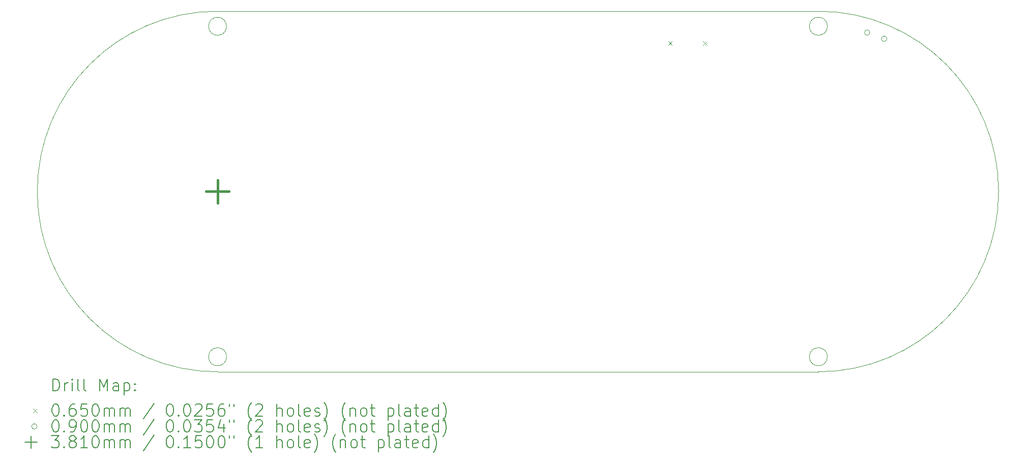
<source format=gbr>
%TF.GenerationSoftware,KiCad,Pcbnew,8.0.8*%
%TF.CreationDate,2025-01-26T12:46:15-05:00*%
%TF.ProjectId,Game_Cat_R4,47616d65-5f43-4617-945f-52342e6b6963,4.1.4*%
%TF.SameCoordinates,Original*%
%TF.FileFunction,Drillmap*%
%TF.FilePolarity,Positive*%
%FSLAX45Y45*%
G04 Gerber Fmt 4.5, Leading zero omitted, Abs format (unit mm)*
G04 Created by KiCad (PCBNEW 8.0.8) date 2025-01-26 12:46:15*
%MOMM*%
%LPD*%
G01*
G04 APERTURE LIST*
%ADD10C,0.100000*%
%ADD11C,0.200000*%
%ADD12C,0.381000*%
G04 APERTURE END LIST*
D10*
X8000000Y-7000000D02*
X18000000Y-7000000D01*
X8000000Y-13000000D02*
X18000000Y-13000000D01*
X8000000Y-13000000D02*
G75*
G02*
X8000000Y-7000000I0J3000000D01*
G01*
X18150000Y-7250000D02*
G75*
G02*
X17850000Y-7250000I-150000J0D01*
G01*
X17850000Y-7250000D02*
G75*
G02*
X18150000Y-7250000I150000J0D01*
G01*
X8150000Y-7250000D02*
G75*
G02*
X7850000Y-7250000I-150000J0D01*
G01*
X7850000Y-7250000D02*
G75*
G02*
X8150000Y-7250000I150000J0D01*
G01*
X8150000Y-12750000D02*
G75*
G02*
X7850000Y-12750000I-150000J0D01*
G01*
X7850000Y-12750000D02*
G75*
G02*
X8150000Y-12750000I150000J0D01*
G01*
X18150000Y-12750000D02*
G75*
G02*
X17850000Y-12750000I-150000J0D01*
G01*
X17850000Y-12750000D02*
G75*
G02*
X18150000Y-12750000I150000J0D01*
G01*
X18000000Y-7000000D02*
G75*
G02*
X18000000Y-13000000I0J-3000000D01*
G01*
D11*
D10*
X15502700Y-7499401D02*
X15567700Y-7564401D01*
X15567700Y-7499401D02*
X15502700Y-7564401D01*
X16080700Y-7499401D02*
X16145700Y-7564401D01*
X16145700Y-7499401D02*
X16080700Y-7564401D01*
X18858653Y-7354807D02*
G75*
G02*
X18768653Y-7354807I-45000J0D01*
G01*
X18768653Y-7354807D02*
G75*
G02*
X18858653Y-7354807I45000J0D01*
G01*
X19140561Y-7457413D02*
G75*
G02*
X19050561Y-7457413I-45000J0D01*
G01*
X19050561Y-7457413D02*
G75*
G02*
X19140561Y-7457413I45000J0D01*
G01*
D12*
X8000000Y-9809500D02*
X8000000Y-10190500D01*
X7809500Y-10000000D02*
X8190500Y-10000000D01*
D11*
X5255777Y-13316484D02*
X5255777Y-13116484D01*
X5255777Y-13116484D02*
X5303396Y-13116484D01*
X5303396Y-13116484D02*
X5331967Y-13126008D01*
X5331967Y-13126008D02*
X5351015Y-13145055D01*
X5351015Y-13145055D02*
X5360539Y-13164103D01*
X5360539Y-13164103D02*
X5370063Y-13202198D01*
X5370063Y-13202198D02*
X5370063Y-13230769D01*
X5370063Y-13230769D02*
X5360539Y-13268865D01*
X5360539Y-13268865D02*
X5351015Y-13287912D01*
X5351015Y-13287912D02*
X5331967Y-13306960D01*
X5331967Y-13306960D02*
X5303396Y-13316484D01*
X5303396Y-13316484D02*
X5255777Y-13316484D01*
X5455777Y-13316484D02*
X5455777Y-13183150D01*
X5455777Y-13221246D02*
X5465301Y-13202198D01*
X5465301Y-13202198D02*
X5474824Y-13192674D01*
X5474824Y-13192674D02*
X5493872Y-13183150D01*
X5493872Y-13183150D02*
X5512920Y-13183150D01*
X5579586Y-13316484D02*
X5579586Y-13183150D01*
X5579586Y-13116484D02*
X5570063Y-13126008D01*
X5570063Y-13126008D02*
X5579586Y-13135531D01*
X5579586Y-13135531D02*
X5589110Y-13126008D01*
X5589110Y-13126008D02*
X5579586Y-13116484D01*
X5579586Y-13116484D02*
X5579586Y-13135531D01*
X5703396Y-13316484D02*
X5684348Y-13306960D01*
X5684348Y-13306960D02*
X5674824Y-13287912D01*
X5674824Y-13287912D02*
X5674824Y-13116484D01*
X5808158Y-13316484D02*
X5789110Y-13306960D01*
X5789110Y-13306960D02*
X5779586Y-13287912D01*
X5779586Y-13287912D02*
X5779586Y-13116484D01*
X6036729Y-13316484D02*
X6036729Y-13116484D01*
X6036729Y-13116484D02*
X6103396Y-13259341D01*
X6103396Y-13259341D02*
X6170062Y-13116484D01*
X6170062Y-13116484D02*
X6170062Y-13316484D01*
X6351015Y-13316484D02*
X6351015Y-13211722D01*
X6351015Y-13211722D02*
X6341491Y-13192674D01*
X6341491Y-13192674D02*
X6322443Y-13183150D01*
X6322443Y-13183150D02*
X6284348Y-13183150D01*
X6284348Y-13183150D02*
X6265301Y-13192674D01*
X6351015Y-13306960D02*
X6331967Y-13316484D01*
X6331967Y-13316484D02*
X6284348Y-13316484D01*
X6284348Y-13316484D02*
X6265301Y-13306960D01*
X6265301Y-13306960D02*
X6255777Y-13287912D01*
X6255777Y-13287912D02*
X6255777Y-13268865D01*
X6255777Y-13268865D02*
X6265301Y-13249817D01*
X6265301Y-13249817D02*
X6284348Y-13240293D01*
X6284348Y-13240293D02*
X6331967Y-13240293D01*
X6331967Y-13240293D02*
X6351015Y-13230769D01*
X6446253Y-13183150D02*
X6446253Y-13383150D01*
X6446253Y-13192674D02*
X6465301Y-13183150D01*
X6465301Y-13183150D02*
X6503396Y-13183150D01*
X6503396Y-13183150D02*
X6522443Y-13192674D01*
X6522443Y-13192674D02*
X6531967Y-13202198D01*
X6531967Y-13202198D02*
X6541491Y-13221246D01*
X6541491Y-13221246D02*
X6541491Y-13278388D01*
X6541491Y-13278388D02*
X6531967Y-13297436D01*
X6531967Y-13297436D02*
X6522443Y-13306960D01*
X6522443Y-13306960D02*
X6503396Y-13316484D01*
X6503396Y-13316484D02*
X6465301Y-13316484D01*
X6465301Y-13316484D02*
X6446253Y-13306960D01*
X6627205Y-13297436D02*
X6636729Y-13306960D01*
X6636729Y-13306960D02*
X6627205Y-13316484D01*
X6627205Y-13316484D02*
X6617682Y-13306960D01*
X6617682Y-13306960D02*
X6627205Y-13297436D01*
X6627205Y-13297436D02*
X6627205Y-13316484D01*
X6627205Y-13192674D02*
X6636729Y-13202198D01*
X6636729Y-13202198D02*
X6627205Y-13211722D01*
X6627205Y-13211722D02*
X6617682Y-13202198D01*
X6617682Y-13202198D02*
X6627205Y-13192674D01*
X6627205Y-13192674D02*
X6627205Y-13211722D01*
D10*
X4930000Y-13612500D02*
X4995000Y-13677500D01*
X4995000Y-13612500D02*
X4930000Y-13677500D01*
D11*
X5293872Y-13536484D02*
X5312920Y-13536484D01*
X5312920Y-13536484D02*
X5331967Y-13546008D01*
X5331967Y-13546008D02*
X5341491Y-13555531D01*
X5341491Y-13555531D02*
X5351015Y-13574579D01*
X5351015Y-13574579D02*
X5360539Y-13612674D01*
X5360539Y-13612674D02*
X5360539Y-13660293D01*
X5360539Y-13660293D02*
X5351015Y-13698388D01*
X5351015Y-13698388D02*
X5341491Y-13717436D01*
X5341491Y-13717436D02*
X5331967Y-13726960D01*
X5331967Y-13726960D02*
X5312920Y-13736484D01*
X5312920Y-13736484D02*
X5293872Y-13736484D01*
X5293872Y-13736484D02*
X5274824Y-13726960D01*
X5274824Y-13726960D02*
X5265301Y-13717436D01*
X5265301Y-13717436D02*
X5255777Y-13698388D01*
X5255777Y-13698388D02*
X5246253Y-13660293D01*
X5246253Y-13660293D02*
X5246253Y-13612674D01*
X5246253Y-13612674D02*
X5255777Y-13574579D01*
X5255777Y-13574579D02*
X5265301Y-13555531D01*
X5265301Y-13555531D02*
X5274824Y-13546008D01*
X5274824Y-13546008D02*
X5293872Y-13536484D01*
X5446253Y-13717436D02*
X5455777Y-13726960D01*
X5455777Y-13726960D02*
X5446253Y-13736484D01*
X5446253Y-13736484D02*
X5436729Y-13726960D01*
X5436729Y-13726960D02*
X5446253Y-13717436D01*
X5446253Y-13717436D02*
X5446253Y-13736484D01*
X5627205Y-13536484D02*
X5589110Y-13536484D01*
X5589110Y-13536484D02*
X5570063Y-13546008D01*
X5570063Y-13546008D02*
X5560539Y-13555531D01*
X5560539Y-13555531D02*
X5541491Y-13584103D01*
X5541491Y-13584103D02*
X5531967Y-13622198D01*
X5531967Y-13622198D02*
X5531967Y-13698388D01*
X5531967Y-13698388D02*
X5541491Y-13717436D01*
X5541491Y-13717436D02*
X5551015Y-13726960D01*
X5551015Y-13726960D02*
X5570063Y-13736484D01*
X5570063Y-13736484D02*
X5608158Y-13736484D01*
X5608158Y-13736484D02*
X5627205Y-13726960D01*
X5627205Y-13726960D02*
X5636729Y-13717436D01*
X5636729Y-13717436D02*
X5646253Y-13698388D01*
X5646253Y-13698388D02*
X5646253Y-13650769D01*
X5646253Y-13650769D02*
X5636729Y-13631722D01*
X5636729Y-13631722D02*
X5627205Y-13622198D01*
X5627205Y-13622198D02*
X5608158Y-13612674D01*
X5608158Y-13612674D02*
X5570063Y-13612674D01*
X5570063Y-13612674D02*
X5551015Y-13622198D01*
X5551015Y-13622198D02*
X5541491Y-13631722D01*
X5541491Y-13631722D02*
X5531967Y-13650769D01*
X5827205Y-13536484D02*
X5731967Y-13536484D01*
X5731967Y-13536484D02*
X5722443Y-13631722D01*
X5722443Y-13631722D02*
X5731967Y-13622198D01*
X5731967Y-13622198D02*
X5751015Y-13612674D01*
X5751015Y-13612674D02*
X5798634Y-13612674D01*
X5798634Y-13612674D02*
X5817682Y-13622198D01*
X5817682Y-13622198D02*
X5827205Y-13631722D01*
X5827205Y-13631722D02*
X5836729Y-13650769D01*
X5836729Y-13650769D02*
X5836729Y-13698388D01*
X5836729Y-13698388D02*
X5827205Y-13717436D01*
X5827205Y-13717436D02*
X5817682Y-13726960D01*
X5817682Y-13726960D02*
X5798634Y-13736484D01*
X5798634Y-13736484D02*
X5751015Y-13736484D01*
X5751015Y-13736484D02*
X5731967Y-13726960D01*
X5731967Y-13726960D02*
X5722443Y-13717436D01*
X5960539Y-13536484D02*
X5979586Y-13536484D01*
X5979586Y-13536484D02*
X5998634Y-13546008D01*
X5998634Y-13546008D02*
X6008158Y-13555531D01*
X6008158Y-13555531D02*
X6017682Y-13574579D01*
X6017682Y-13574579D02*
X6027205Y-13612674D01*
X6027205Y-13612674D02*
X6027205Y-13660293D01*
X6027205Y-13660293D02*
X6017682Y-13698388D01*
X6017682Y-13698388D02*
X6008158Y-13717436D01*
X6008158Y-13717436D02*
X5998634Y-13726960D01*
X5998634Y-13726960D02*
X5979586Y-13736484D01*
X5979586Y-13736484D02*
X5960539Y-13736484D01*
X5960539Y-13736484D02*
X5941491Y-13726960D01*
X5941491Y-13726960D02*
X5931967Y-13717436D01*
X5931967Y-13717436D02*
X5922443Y-13698388D01*
X5922443Y-13698388D02*
X5912920Y-13660293D01*
X5912920Y-13660293D02*
X5912920Y-13612674D01*
X5912920Y-13612674D02*
X5922443Y-13574579D01*
X5922443Y-13574579D02*
X5931967Y-13555531D01*
X5931967Y-13555531D02*
X5941491Y-13546008D01*
X5941491Y-13546008D02*
X5960539Y-13536484D01*
X6112920Y-13736484D02*
X6112920Y-13603150D01*
X6112920Y-13622198D02*
X6122443Y-13612674D01*
X6122443Y-13612674D02*
X6141491Y-13603150D01*
X6141491Y-13603150D02*
X6170063Y-13603150D01*
X6170063Y-13603150D02*
X6189110Y-13612674D01*
X6189110Y-13612674D02*
X6198634Y-13631722D01*
X6198634Y-13631722D02*
X6198634Y-13736484D01*
X6198634Y-13631722D02*
X6208158Y-13612674D01*
X6208158Y-13612674D02*
X6227205Y-13603150D01*
X6227205Y-13603150D02*
X6255777Y-13603150D01*
X6255777Y-13603150D02*
X6274824Y-13612674D01*
X6274824Y-13612674D02*
X6284348Y-13631722D01*
X6284348Y-13631722D02*
X6284348Y-13736484D01*
X6379586Y-13736484D02*
X6379586Y-13603150D01*
X6379586Y-13622198D02*
X6389110Y-13612674D01*
X6389110Y-13612674D02*
X6408158Y-13603150D01*
X6408158Y-13603150D02*
X6436729Y-13603150D01*
X6436729Y-13603150D02*
X6455777Y-13612674D01*
X6455777Y-13612674D02*
X6465301Y-13631722D01*
X6465301Y-13631722D02*
X6465301Y-13736484D01*
X6465301Y-13631722D02*
X6474824Y-13612674D01*
X6474824Y-13612674D02*
X6493872Y-13603150D01*
X6493872Y-13603150D02*
X6522443Y-13603150D01*
X6522443Y-13603150D02*
X6541491Y-13612674D01*
X6541491Y-13612674D02*
X6551015Y-13631722D01*
X6551015Y-13631722D02*
X6551015Y-13736484D01*
X6941491Y-13526960D02*
X6770063Y-13784103D01*
X7198634Y-13536484D02*
X7217682Y-13536484D01*
X7217682Y-13536484D02*
X7236729Y-13546008D01*
X7236729Y-13546008D02*
X7246253Y-13555531D01*
X7246253Y-13555531D02*
X7255777Y-13574579D01*
X7255777Y-13574579D02*
X7265301Y-13612674D01*
X7265301Y-13612674D02*
X7265301Y-13660293D01*
X7265301Y-13660293D02*
X7255777Y-13698388D01*
X7255777Y-13698388D02*
X7246253Y-13717436D01*
X7246253Y-13717436D02*
X7236729Y-13726960D01*
X7236729Y-13726960D02*
X7217682Y-13736484D01*
X7217682Y-13736484D02*
X7198634Y-13736484D01*
X7198634Y-13736484D02*
X7179586Y-13726960D01*
X7179586Y-13726960D02*
X7170063Y-13717436D01*
X7170063Y-13717436D02*
X7160539Y-13698388D01*
X7160539Y-13698388D02*
X7151015Y-13660293D01*
X7151015Y-13660293D02*
X7151015Y-13612674D01*
X7151015Y-13612674D02*
X7160539Y-13574579D01*
X7160539Y-13574579D02*
X7170063Y-13555531D01*
X7170063Y-13555531D02*
X7179586Y-13546008D01*
X7179586Y-13546008D02*
X7198634Y-13536484D01*
X7351015Y-13717436D02*
X7360539Y-13726960D01*
X7360539Y-13726960D02*
X7351015Y-13736484D01*
X7351015Y-13736484D02*
X7341491Y-13726960D01*
X7341491Y-13726960D02*
X7351015Y-13717436D01*
X7351015Y-13717436D02*
X7351015Y-13736484D01*
X7484348Y-13536484D02*
X7503396Y-13536484D01*
X7503396Y-13536484D02*
X7522444Y-13546008D01*
X7522444Y-13546008D02*
X7531967Y-13555531D01*
X7531967Y-13555531D02*
X7541491Y-13574579D01*
X7541491Y-13574579D02*
X7551015Y-13612674D01*
X7551015Y-13612674D02*
X7551015Y-13660293D01*
X7551015Y-13660293D02*
X7541491Y-13698388D01*
X7541491Y-13698388D02*
X7531967Y-13717436D01*
X7531967Y-13717436D02*
X7522444Y-13726960D01*
X7522444Y-13726960D02*
X7503396Y-13736484D01*
X7503396Y-13736484D02*
X7484348Y-13736484D01*
X7484348Y-13736484D02*
X7465301Y-13726960D01*
X7465301Y-13726960D02*
X7455777Y-13717436D01*
X7455777Y-13717436D02*
X7446253Y-13698388D01*
X7446253Y-13698388D02*
X7436729Y-13660293D01*
X7436729Y-13660293D02*
X7436729Y-13612674D01*
X7436729Y-13612674D02*
X7446253Y-13574579D01*
X7446253Y-13574579D02*
X7455777Y-13555531D01*
X7455777Y-13555531D02*
X7465301Y-13546008D01*
X7465301Y-13546008D02*
X7484348Y-13536484D01*
X7627206Y-13555531D02*
X7636729Y-13546008D01*
X7636729Y-13546008D02*
X7655777Y-13536484D01*
X7655777Y-13536484D02*
X7703396Y-13536484D01*
X7703396Y-13536484D02*
X7722444Y-13546008D01*
X7722444Y-13546008D02*
X7731967Y-13555531D01*
X7731967Y-13555531D02*
X7741491Y-13574579D01*
X7741491Y-13574579D02*
X7741491Y-13593627D01*
X7741491Y-13593627D02*
X7731967Y-13622198D01*
X7731967Y-13622198D02*
X7617682Y-13736484D01*
X7617682Y-13736484D02*
X7741491Y-13736484D01*
X7922444Y-13536484D02*
X7827206Y-13536484D01*
X7827206Y-13536484D02*
X7817682Y-13631722D01*
X7817682Y-13631722D02*
X7827206Y-13622198D01*
X7827206Y-13622198D02*
X7846253Y-13612674D01*
X7846253Y-13612674D02*
X7893872Y-13612674D01*
X7893872Y-13612674D02*
X7912920Y-13622198D01*
X7912920Y-13622198D02*
X7922444Y-13631722D01*
X7922444Y-13631722D02*
X7931967Y-13650769D01*
X7931967Y-13650769D02*
X7931967Y-13698388D01*
X7931967Y-13698388D02*
X7922444Y-13717436D01*
X7922444Y-13717436D02*
X7912920Y-13726960D01*
X7912920Y-13726960D02*
X7893872Y-13736484D01*
X7893872Y-13736484D02*
X7846253Y-13736484D01*
X7846253Y-13736484D02*
X7827206Y-13726960D01*
X7827206Y-13726960D02*
X7817682Y-13717436D01*
X8103396Y-13536484D02*
X8065301Y-13536484D01*
X8065301Y-13536484D02*
X8046253Y-13546008D01*
X8046253Y-13546008D02*
X8036729Y-13555531D01*
X8036729Y-13555531D02*
X8017682Y-13584103D01*
X8017682Y-13584103D02*
X8008158Y-13622198D01*
X8008158Y-13622198D02*
X8008158Y-13698388D01*
X8008158Y-13698388D02*
X8017682Y-13717436D01*
X8017682Y-13717436D02*
X8027206Y-13726960D01*
X8027206Y-13726960D02*
X8046253Y-13736484D01*
X8046253Y-13736484D02*
X8084348Y-13736484D01*
X8084348Y-13736484D02*
X8103396Y-13726960D01*
X8103396Y-13726960D02*
X8112920Y-13717436D01*
X8112920Y-13717436D02*
X8122444Y-13698388D01*
X8122444Y-13698388D02*
X8122444Y-13650769D01*
X8122444Y-13650769D02*
X8112920Y-13631722D01*
X8112920Y-13631722D02*
X8103396Y-13622198D01*
X8103396Y-13622198D02*
X8084348Y-13612674D01*
X8084348Y-13612674D02*
X8046253Y-13612674D01*
X8046253Y-13612674D02*
X8027206Y-13622198D01*
X8027206Y-13622198D02*
X8017682Y-13631722D01*
X8017682Y-13631722D02*
X8008158Y-13650769D01*
X8198634Y-13536484D02*
X8198634Y-13574579D01*
X8274825Y-13536484D02*
X8274825Y-13574579D01*
X8570063Y-13812674D02*
X8560539Y-13803150D01*
X8560539Y-13803150D02*
X8541491Y-13774579D01*
X8541491Y-13774579D02*
X8531968Y-13755531D01*
X8531968Y-13755531D02*
X8522444Y-13726960D01*
X8522444Y-13726960D02*
X8512920Y-13679341D01*
X8512920Y-13679341D02*
X8512920Y-13641246D01*
X8512920Y-13641246D02*
X8522444Y-13593627D01*
X8522444Y-13593627D02*
X8531968Y-13565055D01*
X8531968Y-13565055D02*
X8541491Y-13546008D01*
X8541491Y-13546008D02*
X8560539Y-13517436D01*
X8560539Y-13517436D02*
X8570063Y-13507912D01*
X8636730Y-13555531D02*
X8646253Y-13546008D01*
X8646253Y-13546008D02*
X8665301Y-13536484D01*
X8665301Y-13536484D02*
X8712920Y-13536484D01*
X8712920Y-13536484D02*
X8731968Y-13546008D01*
X8731968Y-13546008D02*
X8741491Y-13555531D01*
X8741491Y-13555531D02*
X8751015Y-13574579D01*
X8751015Y-13574579D02*
X8751015Y-13593627D01*
X8751015Y-13593627D02*
X8741491Y-13622198D01*
X8741491Y-13622198D02*
X8627206Y-13736484D01*
X8627206Y-13736484D02*
X8751015Y-13736484D01*
X8989111Y-13736484D02*
X8989111Y-13536484D01*
X9074825Y-13736484D02*
X9074825Y-13631722D01*
X9074825Y-13631722D02*
X9065301Y-13612674D01*
X9065301Y-13612674D02*
X9046253Y-13603150D01*
X9046253Y-13603150D02*
X9017682Y-13603150D01*
X9017682Y-13603150D02*
X8998634Y-13612674D01*
X8998634Y-13612674D02*
X8989111Y-13622198D01*
X9198634Y-13736484D02*
X9179587Y-13726960D01*
X9179587Y-13726960D02*
X9170063Y-13717436D01*
X9170063Y-13717436D02*
X9160539Y-13698388D01*
X9160539Y-13698388D02*
X9160539Y-13641246D01*
X9160539Y-13641246D02*
X9170063Y-13622198D01*
X9170063Y-13622198D02*
X9179587Y-13612674D01*
X9179587Y-13612674D02*
X9198634Y-13603150D01*
X9198634Y-13603150D02*
X9227206Y-13603150D01*
X9227206Y-13603150D02*
X9246253Y-13612674D01*
X9246253Y-13612674D02*
X9255777Y-13622198D01*
X9255777Y-13622198D02*
X9265301Y-13641246D01*
X9265301Y-13641246D02*
X9265301Y-13698388D01*
X9265301Y-13698388D02*
X9255777Y-13717436D01*
X9255777Y-13717436D02*
X9246253Y-13726960D01*
X9246253Y-13726960D02*
X9227206Y-13736484D01*
X9227206Y-13736484D02*
X9198634Y-13736484D01*
X9379587Y-13736484D02*
X9360539Y-13726960D01*
X9360539Y-13726960D02*
X9351015Y-13707912D01*
X9351015Y-13707912D02*
X9351015Y-13536484D01*
X9531968Y-13726960D02*
X9512920Y-13736484D01*
X9512920Y-13736484D02*
X9474825Y-13736484D01*
X9474825Y-13736484D02*
X9455777Y-13726960D01*
X9455777Y-13726960D02*
X9446253Y-13707912D01*
X9446253Y-13707912D02*
X9446253Y-13631722D01*
X9446253Y-13631722D02*
X9455777Y-13612674D01*
X9455777Y-13612674D02*
X9474825Y-13603150D01*
X9474825Y-13603150D02*
X9512920Y-13603150D01*
X9512920Y-13603150D02*
X9531968Y-13612674D01*
X9531968Y-13612674D02*
X9541492Y-13631722D01*
X9541492Y-13631722D02*
X9541492Y-13650769D01*
X9541492Y-13650769D02*
X9446253Y-13669817D01*
X9617682Y-13726960D02*
X9636730Y-13736484D01*
X9636730Y-13736484D02*
X9674825Y-13736484D01*
X9674825Y-13736484D02*
X9693873Y-13726960D01*
X9693873Y-13726960D02*
X9703396Y-13707912D01*
X9703396Y-13707912D02*
X9703396Y-13698388D01*
X9703396Y-13698388D02*
X9693873Y-13679341D01*
X9693873Y-13679341D02*
X9674825Y-13669817D01*
X9674825Y-13669817D02*
X9646253Y-13669817D01*
X9646253Y-13669817D02*
X9627206Y-13660293D01*
X9627206Y-13660293D02*
X9617682Y-13641246D01*
X9617682Y-13641246D02*
X9617682Y-13631722D01*
X9617682Y-13631722D02*
X9627206Y-13612674D01*
X9627206Y-13612674D02*
X9646253Y-13603150D01*
X9646253Y-13603150D02*
X9674825Y-13603150D01*
X9674825Y-13603150D02*
X9693873Y-13612674D01*
X9770063Y-13812674D02*
X9779587Y-13803150D01*
X9779587Y-13803150D02*
X9798634Y-13774579D01*
X9798634Y-13774579D02*
X9808158Y-13755531D01*
X9808158Y-13755531D02*
X9817682Y-13726960D01*
X9817682Y-13726960D02*
X9827206Y-13679341D01*
X9827206Y-13679341D02*
X9827206Y-13641246D01*
X9827206Y-13641246D02*
X9817682Y-13593627D01*
X9817682Y-13593627D02*
X9808158Y-13565055D01*
X9808158Y-13565055D02*
X9798634Y-13546008D01*
X9798634Y-13546008D02*
X9779587Y-13517436D01*
X9779587Y-13517436D02*
X9770063Y-13507912D01*
X10131968Y-13812674D02*
X10122444Y-13803150D01*
X10122444Y-13803150D02*
X10103396Y-13774579D01*
X10103396Y-13774579D02*
X10093873Y-13755531D01*
X10093873Y-13755531D02*
X10084349Y-13726960D01*
X10084349Y-13726960D02*
X10074825Y-13679341D01*
X10074825Y-13679341D02*
X10074825Y-13641246D01*
X10074825Y-13641246D02*
X10084349Y-13593627D01*
X10084349Y-13593627D02*
X10093873Y-13565055D01*
X10093873Y-13565055D02*
X10103396Y-13546008D01*
X10103396Y-13546008D02*
X10122444Y-13517436D01*
X10122444Y-13517436D02*
X10131968Y-13507912D01*
X10208158Y-13603150D02*
X10208158Y-13736484D01*
X10208158Y-13622198D02*
X10217682Y-13612674D01*
X10217682Y-13612674D02*
X10236730Y-13603150D01*
X10236730Y-13603150D02*
X10265301Y-13603150D01*
X10265301Y-13603150D02*
X10284349Y-13612674D01*
X10284349Y-13612674D02*
X10293873Y-13631722D01*
X10293873Y-13631722D02*
X10293873Y-13736484D01*
X10417682Y-13736484D02*
X10398634Y-13726960D01*
X10398634Y-13726960D02*
X10389111Y-13717436D01*
X10389111Y-13717436D02*
X10379587Y-13698388D01*
X10379587Y-13698388D02*
X10379587Y-13641246D01*
X10379587Y-13641246D02*
X10389111Y-13622198D01*
X10389111Y-13622198D02*
X10398634Y-13612674D01*
X10398634Y-13612674D02*
X10417682Y-13603150D01*
X10417682Y-13603150D02*
X10446254Y-13603150D01*
X10446254Y-13603150D02*
X10465301Y-13612674D01*
X10465301Y-13612674D02*
X10474825Y-13622198D01*
X10474825Y-13622198D02*
X10484349Y-13641246D01*
X10484349Y-13641246D02*
X10484349Y-13698388D01*
X10484349Y-13698388D02*
X10474825Y-13717436D01*
X10474825Y-13717436D02*
X10465301Y-13726960D01*
X10465301Y-13726960D02*
X10446254Y-13736484D01*
X10446254Y-13736484D02*
X10417682Y-13736484D01*
X10541492Y-13603150D02*
X10617682Y-13603150D01*
X10570063Y-13536484D02*
X10570063Y-13707912D01*
X10570063Y-13707912D02*
X10579587Y-13726960D01*
X10579587Y-13726960D02*
X10598634Y-13736484D01*
X10598634Y-13736484D02*
X10617682Y-13736484D01*
X10836730Y-13603150D02*
X10836730Y-13803150D01*
X10836730Y-13612674D02*
X10855777Y-13603150D01*
X10855777Y-13603150D02*
X10893873Y-13603150D01*
X10893873Y-13603150D02*
X10912920Y-13612674D01*
X10912920Y-13612674D02*
X10922444Y-13622198D01*
X10922444Y-13622198D02*
X10931968Y-13641246D01*
X10931968Y-13641246D02*
X10931968Y-13698388D01*
X10931968Y-13698388D02*
X10922444Y-13717436D01*
X10922444Y-13717436D02*
X10912920Y-13726960D01*
X10912920Y-13726960D02*
X10893873Y-13736484D01*
X10893873Y-13736484D02*
X10855777Y-13736484D01*
X10855777Y-13736484D02*
X10836730Y-13726960D01*
X11046254Y-13736484D02*
X11027206Y-13726960D01*
X11027206Y-13726960D02*
X11017682Y-13707912D01*
X11017682Y-13707912D02*
X11017682Y-13536484D01*
X11208158Y-13736484D02*
X11208158Y-13631722D01*
X11208158Y-13631722D02*
X11198634Y-13612674D01*
X11198634Y-13612674D02*
X11179587Y-13603150D01*
X11179587Y-13603150D02*
X11141492Y-13603150D01*
X11141492Y-13603150D02*
X11122444Y-13612674D01*
X11208158Y-13726960D02*
X11189111Y-13736484D01*
X11189111Y-13736484D02*
X11141492Y-13736484D01*
X11141492Y-13736484D02*
X11122444Y-13726960D01*
X11122444Y-13726960D02*
X11112920Y-13707912D01*
X11112920Y-13707912D02*
X11112920Y-13688865D01*
X11112920Y-13688865D02*
X11122444Y-13669817D01*
X11122444Y-13669817D02*
X11141492Y-13660293D01*
X11141492Y-13660293D02*
X11189111Y-13660293D01*
X11189111Y-13660293D02*
X11208158Y-13650769D01*
X11274825Y-13603150D02*
X11351015Y-13603150D01*
X11303396Y-13536484D02*
X11303396Y-13707912D01*
X11303396Y-13707912D02*
X11312920Y-13726960D01*
X11312920Y-13726960D02*
X11331968Y-13736484D01*
X11331968Y-13736484D02*
X11351015Y-13736484D01*
X11493873Y-13726960D02*
X11474825Y-13736484D01*
X11474825Y-13736484D02*
X11436730Y-13736484D01*
X11436730Y-13736484D02*
X11417682Y-13726960D01*
X11417682Y-13726960D02*
X11408158Y-13707912D01*
X11408158Y-13707912D02*
X11408158Y-13631722D01*
X11408158Y-13631722D02*
X11417682Y-13612674D01*
X11417682Y-13612674D02*
X11436730Y-13603150D01*
X11436730Y-13603150D02*
X11474825Y-13603150D01*
X11474825Y-13603150D02*
X11493873Y-13612674D01*
X11493873Y-13612674D02*
X11503396Y-13631722D01*
X11503396Y-13631722D02*
X11503396Y-13650769D01*
X11503396Y-13650769D02*
X11408158Y-13669817D01*
X11674825Y-13736484D02*
X11674825Y-13536484D01*
X11674825Y-13726960D02*
X11655777Y-13736484D01*
X11655777Y-13736484D02*
X11617682Y-13736484D01*
X11617682Y-13736484D02*
X11598634Y-13726960D01*
X11598634Y-13726960D02*
X11589111Y-13717436D01*
X11589111Y-13717436D02*
X11579587Y-13698388D01*
X11579587Y-13698388D02*
X11579587Y-13641246D01*
X11579587Y-13641246D02*
X11589111Y-13622198D01*
X11589111Y-13622198D02*
X11598634Y-13612674D01*
X11598634Y-13612674D02*
X11617682Y-13603150D01*
X11617682Y-13603150D02*
X11655777Y-13603150D01*
X11655777Y-13603150D02*
X11674825Y-13612674D01*
X11751015Y-13812674D02*
X11760539Y-13803150D01*
X11760539Y-13803150D02*
X11779587Y-13774579D01*
X11779587Y-13774579D02*
X11789111Y-13755531D01*
X11789111Y-13755531D02*
X11798634Y-13726960D01*
X11798634Y-13726960D02*
X11808158Y-13679341D01*
X11808158Y-13679341D02*
X11808158Y-13641246D01*
X11808158Y-13641246D02*
X11798634Y-13593627D01*
X11798634Y-13593627D02*
X11789111Y-13565055D01*
X11789111Y-13565055D02*
X11779587Y-13546008D01*
X11779587Y-13546008D02*
X11760539Y-13517436D01*
X11760539Y-13517436D02*
X11751015Y-13507912D01*
D10*
X4995000Y-13909000D02*
G75*
G02*
X4905000Y-13909000I-45000J0D01*
G01*
X4905000Y-13909000D02*
G75*
G02*
X4995000Y-13909000I45000J0D01*
G01*
D11*
X5293872Y-13800484D02*
X5312920Y-13800484D01*
X5312920Y-13800484D02*
X5331967Y-13810008D01*
X5331967Y-13810008D02*
X5341491Y-13819531D01*
X5341491Y-13819531D02*
X5351015Y-13838579D01*
X5351015Y-13838579D02*
X5360539Y-13876674D01*
X5360539Y-13876674D02*
X5360539Y-13924293D01*
X5360539Y-13924293D02*
X5351015Y-13962388D01*
X5351015Y-13962388D02*
X5341491Y-13981436D01*
X5341491Y-13981436D02*
X5331967Y-13990960D01*
X5331967Y-13990960D02*
X5312920Y-14000484D01*
X5312920Y-14000484D02*
X5293872Y-14000484D01*
X5293872Y-14000484D02*
X5274824Y-13990960D01*
X5274824Y-13990960D02*
X5265301Y-13981436D01*
X5265301Y-13981436D02*
X5255777Y-13962388D01*
X5255777Y-13962388D02*
X5246253Y-13924293D01*
X5246253Y-13924293D02*
X5246253Y-13876674D01*
X5246253Y-13876674D02*
X5255777Y-13838579D01*
X5255777Y-13838579D02*
X5265301Y-13819531D01*
X5265301Y-13819531D02*
X5274824Y-13810008D01*
X5274824Y-13810008D02*
X5293872Y-13800484D01*
X5446253Y-13981436D02*
X5455777Y-13990960D01*
X5455777Y-13990960D02*
X5446253Y-14000484D01*
X5446253Y-14000484D02*
X5436729Y-13990960D01*
X5436729Y-13990960D02*
X5446253Y-13981436D01*
X5446253Y-13981436D02*
X5446253Y-14000484D01*
X5551015Y-14000484D02*
X5589110Y-14000484D01*
X5589110Y-14000484D02*
X5608158Y-13990960D01*
X5608158Y-13990960D02*
X5617682Y-13981436D01*
X5617682Y-13981436D02*
X5636729Y-13952865D01*
X5636729Y-13952865D02*
X5646253Y-13914769D01*
X5646253Y-13914769D02*
X5646253Y-13838579D01*
X5646253Y-13838579D02*
X5636729Y-13819531D01*
X5636729Y-13819531D02*
X5627205Y-13810008D01*
X5627205Y-13810008D02*
X5608158Y-13800484D01*
X5608158Y-13800484D02*
X5570063Y-13800484D01*
X5570063Y-13800484D02*
X5551015Y-13810008D01*
X5551015Y-13810008D02*
X5541491Y-13819531D01*
X5541491Y-13819531D02*
X5531967Y-13838579D01*
X5531967Y-13838579D02*
X5531967Y-13886198D01*
X5531967Y-13886198D02*
X5541491Y-13905246D01*
X5541491Y-13905246D02*
X5551015Y-13914769D01*
X5551015Y-13914769D02*
X5570063Y-13924293D01*
X5570063Y-13924293D02*
X5608158Y-13924293D01*
X5608158Y-13924293D02*
X5627205Y-13914769D01*
X5627205Y-13914769D02*
X5636729Y-13905246D01*
X5636729Y-13905246D02*
X5646253Y-13886198D01*
X5770062Y-13800484D02*
X5789110Y-13800484D01*
X5789110Y-13800484D02*
X5808158Y-13810008D01*
X5808158Y-13810008D02*
X5817682Y-13819531D01*
X5817682Y-13819531D02*
X5827205Y-13838579D01*
X5827205Y-13838579D02*
X5836729Y-13876674D01*
X5836729Y-13876674D02*
X5836729Y-13924293D01*
X5836729Y-13924293D02*
X5827205Y-13962388D01*
X5827205Y-13962388D02*
X5817682Y-13981436D01*
X5817682Y-13981436D02*
X5808158Y-13990960D01*
X5808158Y-13990960D02*
X5789110Y-14000484D01*
X5789110Y-14000484D02*
X5770062Y-14000484D01*
X5770062Y-14000484D02*
X5751015Y-13990960D01*
X5751015Y-13990960D02*
X5741491Y-13981436D01*
X5741491Y-13981436D02*
X5731967Y-13962388D01*
X5731967Y-13962388D02*
X5722443Y-13924293D01*
X5722443Y-13924293D02*
X5722443Y-13876674D01*
X5722443Y-13876674D02*
X5731967Y-13838579D01*
X5731967Y-13838579D02*
X5741491Y-13819531D01*
X5741491Y-13819531D02*
X5751015Y-13810008D01*
X5751015Y-13810008D02*
X5770062Y-13800484D01*
X5960539Y-13800484D02*
X5979586Y-13800484D01*
X5979586Y-13800484D02*
X5998634Y-13810008D01*
X5998634Y-13810008D02*
X6008158Y-13819531D01*
X6008158Y-13819531D02*
X6017682Y-13838579D01*
X6017682Y-13838579D02*
X6027205Y-13876674D01*
X6027205Y-13876674D02*
X6027205Y-13924293D01*
X6027205Y-13924293D02*
X6017682Y-13962388D01*
X6017682Y-13962388D02*
X6008158Y-13981436D01*
X6008158Y-13981436D02*
X5998634Y-13990960D01*
X5998634Y-13990960D02*
X5979586Y-14000484D01*
X5979586Y-14000484D02*
X5960539Y-14000484D01*
X5960539Y-14000484D02*
X5941491Y-13990960D01*
X5941491Y-13990960D02*
X5931967Y-13981436D01*
X5931967Y-13981436D02*
X5922443Y-13962388D01*
X5922443Y-13962388D02*
X5912920Y-13924293D01*
X5912920Y-13924293D02*
X5912920Y-13876674D01*
X5912920Y-13876674D02*
X5922443Y-13838579D01*
X5922443Y-13838579D02*
X5931967Y-13819531D01*
X5931967Y-13819531D02*
X5941491Y-13810008D01*
X5941491Y-13810008D02*
X5960539Y-13800484D01*
X6112920Y-14000484D02*
X6112920Y-13867150D01*
X6112920Y-13886198D02*
X6122443Y-13876674D01*
X6122443Y-13876674D02*
X6141491Y-13867150D01*
X6141491Y-13867150D02*
X6170063Y-13867150D01*
X6170063Y-13867150D02*
X6189110Y-13876674D01*
X6189110Y-13876674D02*
X6198634Y-13895722D01*
X6198634Y-13895722D02*
X6198634Y-14000484D01*
X6198634Y-13895722D02*
X6208158Y-13876674D01*
X6208158Y-13876674D02*
X6227205Y-13867150D01*
X6227205Y-13867150D02*
X6255777Y-13867150D01*
X6255777Y-13867150D02*
X6274824Y-13876674D01*
X6274824Y-13876674D02*
X6284348Y-13895722D01*
X6284348Y-13895722D02*
X6284348Y-14000484D01*
X6379586Y-14000484D02*
X6379586Y-13867150D01*
X6379586Y-13886198D02*
X6389110Y-13876674D01*
X6389110Y-13876674D02*
X6408158Y-13867150D01*
X6408158Y-13867150D02*
X6436729Y-13867150D01*
X6436729Y-13867150D02*
X6455777Y-13876674D01*
X6455777Y-13876674D02*
X6465301Y-13895722D01*
X6465301Y-13895722D02*
X6465301Y-14000484D01*
X6465301Y-13895722D02*
X6474824Y-13876674D01*
X6474824Y-13876674D02*
X6493872Y-13867150D01*
X6493872Y-13867150D02*
X6522443Y-13867150D01*
X6522443Y-13867150D02*
X6541491Y-13876674D01*
X6541491Y-13876674D02*
X6551015Y-13895722D01*
X6551015Y-13895722D02*
X6551015Y-14000484D01*
X6941491Y-13790960D02*
X6770063Y-14048103D01*
X7198634Y-13800484D02*
X7217682Y-13800484D01*
X7217682Y-13800484D02*
X7236729Y-13810008D01*
X7236729Y-13810008D02*
X7246253Y-13819531D01*
X7246253Y-13819531D02*
X7255777Y-13838579D01*
X7255777Y-13838579D02*
X7265301Y-13876674D01*
X7265301Y-13876674D02*
X7265301Y-13924293D01*
X7265301Y-13924293D02*
X7255777Y-13962388D01*
X7255777Y-13962388D02*
X7246253Y-13981436D01*
X7246253Y-13981436D02*
X7236729Y-13990960D01*
X7236729Y-13990960D02*
X7217682Y-14000484D01*
X7217682Y-14000484D02*
X7198634Y-14000484D01*
X7198634Y-14000484D02*
X7179586Y-13990960D01*
X7179586Y-13990960D02*
X7170063Y-13981436D01*
X7170063Y-13981436D02*
X7160539Y-13962388D01*
X7160539Y-13962388D02*
X7151015Y-13924293D01*
X7151015Y-13924293D02*
X7151015Y-13876674D01*
X7151015Y-13876674D02*
X7160539Y-13838579D01*
X7160539Y-13838579D02*
X7170063Y-13819531D01*
X7170063Y-13819531D02*
X7179586Y-13810008D01*
X7179586Y-13810008D02*
X7198634Y-13800484D01*
X7351015Y-13981436D02*
X7360539Y-13990960D01*
X7360539Y-13990960D02*
X7351015Y-14000484D01*
X7351015Y-14000484D02*
X7341491Y-13990960D01*
X7341491Y-13990960D02*
X7351015Y-13981436D01*
X7351015Y-13981436D02*
X7351015Y-14000484D01*
X7484348Y-13800484D02*
X7503396Y-13800484D01*
X7503396Y-13800484D02*
X7522444Y-13810008D01*
X7522444Y-13810008D02*
X7531967Y-13819531D01*
X7531967Y-13819531D02*
X7541491Y-13838579D01*
X7541491Y-13838579D02*
X7551015Y-13876674D01*
X7551015Y-13876674D02*
X7551015Y-13924293D01*
X7551015Y-13924293D02*
X7541491Y-13962388D01*
X7541491Y-13962388D02*
X7531967Y-13981436D01*
X7531967Y-13981436D02*
X7522444Y-13990960D01*
X7522444Y-13990960D02*
X7503396Y-14000484D01*
X7503396Y-14000484D02*
X7484348Y-14000484D01*
X7484348Y-14000484D02*
X7465301Y-13990960D01*
X7465301Y-13990960D02*
X7455777Y-13981436D01*
X7455777Y-13981436D02*
X7446253Y-13962388D01*
X7446253Y-13962388D02*
X7436729Y-13924293D01*
X7436729Y-13924293D02*
X7436729Y-13876674D01*
X7436729Y-13876674D02*
X7446253Y-13838579D01*
X7446253Y-13838579D02*
X7455777Y-13819531D01*
X7455777Y-13819531D02*
X7465301Y-13810008D01*
X7465301Y-13810008D02*
X7484348Y-13800484D01*
X7617682Y-13800484D02*
X7741491Y-13800484D01*
X7741491Y-13800484D02*
X7674825Y-13876674D01*
X7674825Y-13876674D02*
X7703396Y-13876674D01*
X7703396Y-13876674D02*
X7722444Y-13886198D01*
X7722444Y-13886198D02*
X7731967Y-13895722D01*
X7731967Y-13895722D02*
X7741491Y-13914769D01*
X7741491Y-13914769D02*
X7741491Y-13962388D01*
X7741491Y-13962388D02*
X7731967Y-13981436D01*
X7731967Y-13981436D02*
X7722444Y-13990960D01*
X7722444Y-13990960D02*
X7703396Y-14000484D01*
X7703396Y-14000484D02*
X7646253Y-14000484D01*
X7646253Y-14000484D02*
X7627206Y-13990960D01*
X7627206Y-13990960D02*
X7617682Y-13981436D01*
X7922444Y-13800484D02*
X7827206Y-13800484D01*
X7827206Y-13800484D02*
X7817682Y-13895722D01*
X7817682Y-13895722D02*
X7827206Y-13886198D01*
X7827206Y-13886198D02*
X7846253Y-13876674D01*
X7846253Y-13876674D02*
X7893872Y-13876674D01*
X7893872Y-13876674D02*
X7912920Y-13886198D01*
X7912920Y-13886198D02*
X7922444Y-13895722D01*
X7922444Y-13895722D02*
X7931967Y-13914769D01*
X7931967Y-13914769D02*
X7931967Y-13962388D01*
X7931967Y-13962388D02*
X7922444Y-13981436D01*
X7922444Y-13981436D02*
X7912920Y-13990960D01*
X7912920Y-13990960D02*
X7893872Y-14000484D01*
X7893872Y-14000484D02*
X7846253Y-14000484D01*
X7846253Y-14000484D02*
X7827206Y-13990960D01*
X7827206Y-13990960D02*
X7817682Y-13981436D01*
X8103396Y-13867150D02*
X8103396Y-14000484D01*
X8055777Y-13790960D02*
X8008158Y-13933817D01*
X8008158Y-13933817D02*
X8131967Y-13933817D01*
X8198634Y-13800484D02*
X8198634Y-13838579D01*
X8274825Y-13800484D02*
X8274825Y-13838579D01*
X8570063Y-14076674D02*
X8560539Y-14067150D01*
X8560539Y-14067150D02*
X8541491Y-14038579D01*
X8541491Y-14038579D02*
X8531968Y-14019531D01*
X8531968Y-14019531D02*
X8522444Y-13990960D01*
X8522444Y-13990960D02*
X8512920Y-13943341D01*
X8512920Y-13943341D02*
X8512920Y-13905246D01*
X8512920Y-13905246D02*
X8522444Y-13857627D01*
X8522444Y-13857627D02*
X8531968Y-13829055D01*
X8531968Y-13829055D02*
X8541491Y-13810008D01*
X8541491Y-13810008D02*
X8560539Y-13781436D01*
X8560539Y-13781436D02*
X8570063Y-13771912D01*
X8636730Y-13819531D02*
X8646253Y-13810008D01*
X8646253Y-13810008D02*
X8665301Y-13800484D01*
X8665301Y-13800484D02*
X8712920Y-13800484D01*
X8712920Y-13800484D02*
X8731968Y-13810008D01*
X8731968Y-13810008D02*
X8741491Y-13819531D01*
X8741491Y-13819531D02*
X8751015Y-13838579D01*
X8751015Y-13838579D02*
X8751015Y-13857627D01*
X8751015Y-13857627D02*
X8741491Y-13886198D01*
X8741491Y-13886198D02*
X8627206Y-14000484D01*
X8627206Y-14000484D02*
X8751015Y-14000484D01*
X8989111Y-14000484D02*
X8989111Y-13800484D01*
X9074825Y-14000484D02*
X9074825Y-13895722D01*
X9074825Y-13895722D02*
X9065301Y-13876674D01*
X9065301Y-13876674D02*
X9046253Y-13867150D01*
X9046253Y-13867150D02*
X9017682Y-13867150D01*
X9017682Y-13867150D02*
X8998634Y-13876674D01*
X8998634Y-13876674D02*
X8989111Y-13886198D01*
X9198634Y-14000484D02*
X9179587Y-13990960D01*
X9179587Y-13990960D02*
X9170063Y-13981436D01*
X9170063Y-13981436D02*
X9160539Y-13962388D01*
X9160539Y-13962388D02*
X9160539Y-13905246D01*
X9160539Y-13905246D02*
X9170063Y-13886198D01*
X9170063Y-13886198D02*
X9179587Y-13876674D01*
X9179587Y-13876674D02*
X9198634Y-13867150D01*
X9198634Y-13867150D02*
X9227206Y-13867150D01*
X9227206Y-13867150D02*
X9246253Y-13876674D01*
X9246253Y-13876674D02*
X9255777Y-13886198D01*
X9255777Y-13886198D02*
X9265301Y-13905246D01*
X9265301Y-13905246D02*
X9265301Y-13962388D01*
X9265301Y-13962388D02*
X9255777Y-13981436D01*
X9255777Y-13981436D02*
X9246253Y-13990960D01*
X9246253Y-13990960D02*
X9227206Y-14000484D01*
X9227206Y-14000484D02*
X9198634Y-14000484D01*
X9379587Y-14000484D02*
X9360539Y-13990960D01*
X9360539Y-13990960D02*
X9351015Y-13971912D01*
X9351015Y-13971912D02*
X9351015Y-13800484D01*
X9531968Y-13990960D02*
X9512920Y-14000484D01*
X9512920Y-14000484D02*
X9474825Y-14000484D01*
X9474825Y-14000484D02*
X9455777Y-13990960D01*
X9455777Y-13990960D02*
X9446253Y-13971912D01*
X9446253Y-13971912D02*
X9446253Y-13895722D01*
X9446253Y-13895722D02*
X9455777Y-13876674D01*
X9455777Y-13876674D02*
X9474825Y-13867150D01*
X9474825Y-13867150D02*
X9512920Y-13867150D01*
X9512920Y-13867150D02*
X9531968Y-13876674D01*
X9531968Y-13876674D02*
X9541492Y-13895722D01*
X9541492Y-13895722D02*
X9541492Y-13914769D01*
X9541492Y-13914769D02*
X9446253Y-13933817D01*
X9617682Y-13990960D02*
X9636730Y-14000484D01*
X9636730Y-14000484D02*
X9674825Y-14000484D01*
X9674825Y-14000484D02*
X9693873Y-13990960D01*
X9693873Y-13990960D02*
X9703396Y-13971912D01*
X9703396Y-13971912D02*
X9703396Y-13962388D01*
X9703396Y-13962388D02*
X9693873Y-13943341D01*
X9693873Y-13943341D02*
X9674825Y-13933817D01*
X9674825Y-13933817D02*
X9646253Y-13933817D01*
X9646253Y-13933817D02*
X9627206Y-13924293D01*
X9627206Y-13924293D02*
X9617682Y-13905246D01*
X9617682Y-13905246D02*
X9617682Y-13895722D01*
X9617682Y-13895722D02*
X9627206Y-13876674D01*
X9627206Y-13876674D02*
X9646253Y-13867150D01*
X9646253Y-13867150D02*
X9674825Y-13867150D01*
X9674825Y-13867150D02*
X9693873Y-13876674D01*
X9770063Y-14076674D02*
X9779587Y-14067150D01*
X9779587Y-14067150D02*
X9798634Y-14038579D01*
X9798634Y-14038579D02*
X9808158Y-14019531D01*
X9808158Y-14019531D02*
X9817682Y-13990960D01*
X9817682Y-13990960D02*
X9827206Y-13943341D01*
X9827206Y-13943341D02*
X9827206Y-13905246D01*
X9827206Y-13905246D02*
X9817682Y-13857627D01*
X9817682Y-13857627D02*
X9808158Y-13829055D01*
X9808158Y-13829055D02*
X9798634Y-13810008D01*
X9798634Y-13810008D02*
X9779587Y-13781436D01*
X9779587Y-13781436D02*
X9770063Y-13771912D01*
X10131968Y-14076674D02*
X10122444Y-14067150D01*
X10122444Y-14067150D02*
X10103396Y-14038579D01*
X10103396Y-14038579D02*
X10093873Y-14019531D01*
X10093873Y-14019531D02*
X10084349Y-13990960D01*
X10084349Y-13990960D02*
X10074825Y-13943341D01*
X10074825Y-13943341D02*
X10074825Y-13905246D01*
X10074825Y-13905246D02*
X10084349Y-13857627D01*
X10084349Y-13857627D02*
X10093873Y-13829055D01*
X10093873Y-13829055D02*
X10103396Y-13810008D01*
X10103396Y-13810008D02*
X10122444Y-13781436D01*
X10122444Y-13781436D02*
X10131968Y-13771912D01*
X10208158Y-13867150D02*
X10208158Y-14000484D01*
X10208158Y-13886198D02*
X10217682Y-13876674D01*
X10217682Y-13876674D02*
X10236730Y-13867150D01*
X10236730Y-13867150D02*
X10265301Y-13867150D01*
X10265301Y-13867150D02*
X10284349Y-13876674D01*
X10284349Y-13876674D02*
X10293873Y-13895722D01*
X10293873Y-13895722D02*
X10293873Y-14000484D01*
X10417682Y-14000484D02*
X10398634Y-13990960D01*
X10398634Y-13990960D02*
X10389111Y-13981436D01*
X10389111Y-13981436D02*
X10379587Y-13962388D01*
X10379587Y-13962388D02*
X10379587Y-13905246D01*
X10379587Y-13905246D02*
X10389111Y-13886198D01*
X10389111Y-13886198D02*
X10398634Y-13876674D01*
X10398634Y-13876674D02*
X10417682Y-13867150D01*
X10417682Y-13867150D02*
X10446254Y-13867150D01*
X10446254Y-13867150D02*
X10465301Y-13876674D01*
X10465301Y-13876674D02*
X10474825Y-13886198D01*
X10474825Y-13886198D02*
X10484349Y-13905246D01*
X10484349Y-13905246D02*
X10484349Y-13962388D01*
X10484349Y-13962388D02*
X10474825Y-13981436D01*
X10474825Y-13981436D02*
X10465301Y-13990960D01*
X10465301Y-13990960D02*
X10446254Y-14000484D01*
X10446254Y-14000484D02*
X10417682Y-14000484D01*
X10541492Y-13867150D02*
X10617682Y-13867150D01*
X10570063Y-13800484D02*
X10570063Y-13971912D01*
X10570063Y-13971912D02*
X10579587Y-13990960D01*
X10579587Y-13990960D02*
X10598634Y-14000484D01*
X10598634Y-14000484D02*
X10617682Y-14000484D01*
X10836730Y-13867150D02*
X10836730Y-14067150D01*
X10836730Y-13876674D02*
X10855777Y-13867150D01*
X10855777Y-13867150D02*
X10893873Y-13867150D01*
X10893873Y-13867150D02*
X10912920Y-13876674D01*
X10912920Y-13876674D02*
X10922444Y-13886198D01*
X10922444Y-13886198D02*
X10931968Y-13905246D01*
X10931968Y-13905246D02*
X10931968Y-13962388D01*
X10931968Y-13962388D02*
X10922444Y-13981436D01*
X10922444Y-13981436D02*
X10912920Y-13990960D01*
X10912920Y-13990960D02*
X10893873Y-14000484D01*
X10893873Y-14000484D02*
X10855777Y-14000484D01*
X10855777Y-14000484D02*
X10836730Y-13990960D01*
X11046254Y-14000484D02*
X11027206Y-13990960D01*
X11027206Y-13990960D02*
X11017682Y-13971912D01*
X11017682Y-13971912D02*
X11017682Y-13800484D01*
X11208158Y-14000484D02*
X11208158Y-13895722D01*
X11208158Y-13895722D02*
X11198634Y-13876674D01*
X11198634Y-13876674D02*
X11179587Y-13867150D01*
X11179587Y-13867150D02*
X11141492Y-13867150D01*
X11141492Y-13867150D02*
X11122444Y-13876674D01*
X11208158Y-13990960D02*
X11189111Y-14000484D01*
X11189111Y-14000484D02*
X11141492Y-14000484D01*
X11141492Y-14000484D02*
X11122444Y-13990960D01*
X11122444Y-13990960D02*
X11112920Y-13971912D01*
X11112920Y-13971912D02*
X11112920Y-13952865D01*
X11112920Y-13952865D02*
X11122444Y-13933817D01*
X11122444Y-13933817D02*
X11141492Y-13924293D01*
X11141492Y-13924293D02*
X11189111Y-13924293D01*
X11189111Y-13924293D02*
X11208158Y-13914769D01*
X11274825Y-13867150D02*
X11351015Y-13867150D01*
X11303396Y-13800484D02*
X11303396Y-13971912D01*
X11303396Y-13971912D02*
X11312920Y-13990960D01*
X11312920Y-13990960D02*
X11331968Y-14000484D01*
X11331968Y-14000484D02*
X11351015Y-14000484D01*
X11493873Y-13990960D02*
X11474825Y-14000484D01*
X11474825Y-14000484D02*
X11436730Y-14000484D01*
X11436730Y-14000484D02*
X11417682Y-13990960D01*
X11417682Y-13990960D02*
X11408158Y-13971912D01*
X11408158Y-13971912D02*
X11408158Y-13895722D01*
X11408158Y-13895722D02*
X11417682Y-13876674D01*
X11417682Y-13876674D02*
X11436730Y-13867150D01*
X11436730Y-13867150D02*
X11474825Y-13867150D01*
X11474825Y-13867150D02*
X11493873Y-13876674D01*
X11493873Y-13876674D02*
X11503396Y-13895722D01*
X11503396Y-13895722D02*
X11503396Y-13914769D01*
X11503396Y-13914769D02*
X11408158Y-13933817D01*
X11674825Y-14000484D02*
X11674825Y-13800484D01*
X11674825Y-13990960D02*
X11655777Y-14000484D01*
X11655777Y-14000484D02*
X11617682Y-14000484D01*
X11617682Y-14000484D02*
X11598634Y-13990960D01*
X11598634Y-13990960D02*
X11589111Y-13981436D01*
X11589111Y-13981436D02*
X11579587Y-13962388D01*
X11579587Y-13962388D02*
X11579587Y-13905246D01*
X11579587Y-13905246D02*
X11589111Y-13886198D01*
X11589111Y-13886198D02*
X11598634Y-13876674D01*
X11598634Y-13876674D02*
X11617682Y-13867150D01*
X11617682Y-13867150D02*
X11655777Y-13867150D01*
X11655777Y-13867150D02*
X11674825Y-13876674D01*
X11751015Y-14076674D02*
X11760539Y-14067150D01*
X11760539Y-14067150D02*
X11779587Y-14038579D01*
X11779587Y-14038579D02*
X11789111Y-14019531D01*
X11789111Y-14019531D02*
X11798634Y-13990960D01*
X11798634Y-13990960D02*
X11808158Y-13943341D01*
X11808158Y-13943341D02*
X11808158Y-13905246D01*
X11808158Y-13905246D02*
X11798634Y-13857627D01*
X11798634Y-13857627D02*
X11789111Y-13829055D01*
X11789111Y-13829055D02*
X11779587Y-13810008D01*
X11779587Y-13810008D02*
X11760539Y-13781436D01*
X11760539Y-13781436D02*
X11751015Y-13771912D01*
X4895000Y-14073000D02*
X4895000Y-14273000D01*
X4795000Y-14173000D02*
X4995000Y-14173000D01*
X5236729Y-14064484D02*
X5360539Y-14064484D01*
X5360539Y-14064484D02*
X5293872Y-14140674D01*
X5293872Y-14140674D02*
X5322444Y-14140674D01*
X5322444Y-14140674D02*
X5341491Y-14150198D01*
X5341491Y-14150198D02*
X5351015Y-14159722D01*
X5351015Y-14159722D02*
X5360539Y-14178769D01*
X5360539Y-14178769D02*
X5360539Y-14226388D01*
X5360539Y-14226388D02*
X5351015Y-14245436D01*
X5351015Y-14245436D02*
X5341491Y-14254960D01*
X5341491Y-14254960D02*
X5322444Y-14264484D01*
X5322444Y-14264484D02*
X5265301Y-14264484D01*
X5265301Y-14264484D02*
X5246253Y-14254960D01*
X5246253Y-14254960D02*
X5236729Y-14245436D01*
X5446253Y-14245436D02*
X5455777Y-14254960D01*
X5455777Y-14254960D02*
X5446253Y-14264484D01*
X5446253Y-14264484D02*
X5436729Y-14254960D01*
X5436729Y-14254960D02*
X5446253Y-14245436D01*
X5446253Y-14245436D02*
X5446253Y-14264484D01*
X5570063Y-14150198D02*
X5551015Y-14140674D01*
X5551015Y-14140674D02*
X5541491Y-14131150D01*
X5541491Y-14131150D02*
X5531967Y-14112103D01*
X5531967Y-14112103D02*
X5531967Y-14102579D01*
X5531967Y-14102579D02*
X5541491Y-14083531D01*
X5541491Y-14083531D02*
X5551015Y-14074008D01*
X5551015Y-14074008D02*
X5570063Y-14064484D01*
X5570063Y-14064484D02*
X5608158Y-14064484D01*
X5608158Y-14064484D02*
X5627205Y-14074008D01*
X5627205Y-14074008D02*
X5636729Y-14083531D01*
X5636729Y-14083531D02*
X5646253Y-14102579D01*
X5646253Y-14102579D02*
X5646253Y-14112103D01*
X5646253Y-14112103D02*
X5636729Y-14131150D01*
X5636729Y-14131150D02*
X5627205Y-14140674D01*
X5627205Y-14140674D02*
X5608158Y-14150198D01*
X5608158Y-14150198D02*
X5570063Y-14150198D01*
X5570063Y-14150198D02*
X5551015Y-14159722D01*
X5551015Y-14159722D02*
X5541491Y-14169246D01*
X5541491Y-14169246D02*
X5531967Y-14188293D01*
X5531967Y-14188293D02*
X5531967Y-14226388D01*
X5531967Y-14226388D02*
X5541491Y-14245436D01*
X5541491Y-14245436D02*
X5551015Y-14254960D01*
X5551015Y-14254960D02*
X5570063Y-14264484D01*
X5570063Y-14264484D02*
X5608158Y-14264484D01*
X5608158Y-14264484D02*
X5627205Y-14254960D01*
X5627205Y-14254960D02*
X5636729Y-14245436D01*
X5636729Y-14245436D02*
X5646253Y-14226388D01*
X5646253Y-14226388D02*
X5646253Y-14188293D01*
X5646253Y-14188293D02*
X5636729Y-14169246D01*
X5636729Y-14169246D02*
X5627205Y-14159722D01*
X5627205Y-14159722D02*
X5608158Y-14150198D01*
X5836729Y-14264484D02*
X5722443Y-14264484D01*
X5779586Y-14264484D02*
X5779586Y-14064484D01*
X5779586Y-14064484D02*
X5760539Y-14093055D01*
X5760539Y-14093055D02*
X5741491Y-14112103D01*
X5741491Y-14112103D02*
X5722443Y-14121627D01*
X5960539Y-14064484D02*
X5979586Y-14064484D01*
X5979586Y-14064484D02*
X5998634Y-14074008D01*
X5998634Y-14074008D02*
X6008158Y-14083531D01*
X6008158Y-14083531D02*
X6017682Y-14102579D01*
X6017682Y-14102579D02*
X6027205Y-14140674D01*
X6027205Y-14140674D02*
X6027205Y-14188293D01*
X6027205Y-14188293D02*
X6017682Y-14226388D01*
X6017682Y-14226388D02*
X6008158Y-14245436D01*
X6008158Y-14245436D02*
X5998634Y-14254960D01*
X5998634Y-14254960D02*
X5979586Y-14264484D01*
X5979586Y-14264484D02*
X5960539Y-14264484D01*
X5960539Y-14264484D02*
X5941491Y-14254960D01*
X5941491Y-14254960D02*
X5931967Y-14245436D01*
X5931967Y-14245436D02*
X5922443Y-14226388D01*
X5922443Y-14226388D02*
X5912920Y-14188293D01*
X5912920Y-14188293D02*
X5912920Y-14140674D01*
X5912920Y-14140674D02*
X5922443Y-14102579D01*
X5922443Y-14102579D02*
X5931967Y-14083531D01*
X5931967Y-14083531D02*
X5941491Y-14074008D01*
X5941491Y-14074008D02*
X5960539Y-14064484D01*
X6112920Y-14264484D02*
X6112920Y-14131150D01*
X6112920Y-14150198D02*
X6122443Y-14140674D01*
X6122443Y-14140674D02*
X6141491Y-14131150D01*
X6141491Y-14131150D02*
X6170063Y-14131150D01*
X6170063Y-14131150D02*
X6189110Y-14140674D01*
X6189110Y-14140674D02*
X6198634Y-14159722D01*
X6198634Y-14159722D02*
X6198634Y-14264484D01*
X6198634Y-14159722D02*
X6208158Y-14140674D01*
X6208158Y-14140674D02*
X6227205Y-14131150D01*
X6227205Y-14131150D02*
X6255777Y-14131150D01*
X6255777Y-14131150D02*
X6274824Y-14140674D01*
X6274824Y-14140674D02*
X6284348Y-14159722D01*
X6284348Y-14159722D02*
X6284348Y-14264484D01*
X6379586Y-14264484D02*
X6379586Y-14131150D01*
X6379586Y-14150198D02*
X6389110Y-14140674D01*
X6389110Y-14140674D02*
X6408158Y-14131150D01*
X6408158Y-14131150D02*
X6436729Y-14131150D01*
X6436729Y-14131150D02*
X6455777Y-14140674D01*
X6455777Y-14140674D02*
X6465301Y-14159722D01*
X6465301Y-14159722D02*
X6465301Y-14264484D01*
X6465301Y-14159722D02*
X6474824Y-14140674D01*
X6474824Y-14140674D02*
X6493872Y-14131150D01*
X6493872Y-14131150D02*
X6522443Y-14131150D01*
X6522443Y-14131150D02*
X6541491Y-14140674D01*
X6541491Y-14140674D02*
X6551015Y-14159722D01*
X6551015Y-14159722D02*
X6551015Y-14264484D01*
X6941491Y-14054960D02*
X6770063Y-14312103D01*
X7198634Y-14064484D02*
X7217682Y-14064484D01*
X7217682Y-14064484D02*
X7236729Y-14074008D01*
X7236729Y-14074008D02*
X7246253Y-14083531D01*
X7246253Y-14083531D02*
X7255777Y-14102579D01*
X7255777Y-14102579D02*
X7265301Y-14140674D01*
X7265301Y-14140674D02*
X7265301Y-14188293D01*
X7265301Y-14188293D02*
X7255777Y-14226388D01*
X7255777Y-14226388D02*
X7246253Y-14245436D01*
X7246253Y-14245436D02*
X7236729Y-14254960D01*
X7236729Y-14254960D02*
X7217682Y-14264484D01*
X7217682Y-14264484D02*
X7198634Y-14264484D01*
X7198634Y-14264484D02*
X7179586Y-14254960D01*
X7179586Y-14254960D02*
X7170063Y-14245436D01*
X7170063Y-14245436D02*
X7160539Y-14226388D01*
X7160539Y-14226388D02*
X7151015Y-14188293D01*
X7151015Y-14188293D02*
X7151015Y-14140674D01*
X7151015Y-14140674D02*
X7160539Y-14102579D01*
X7160539Y-14102579D02*
X7170063Y-14083531D01*
X7170063Y-14083531D02*
X7179586Y-14074008D01*
X7179586Y-14074008D02*
X7198634Y-14064484D01*
X7351015Y-14245436D02*
X7360539Y-14254960D01*
X7360539Y-14254960D02*
X7351015Y-14264484D01*
X7351015Y-14264484D02*
X7341491Y-14254960D01*
X7341491Y-14254960D02*
X7351015Y-14245436D01*
X7351015Y-14245436D02*
X7351015Y-14264484D01*
X7551015Y-14264484D02*
X7436729Y-14264484D01*
X7493872Y-14264484D02*
X7493872Y-14064484D01*
X7493872Y-14064484D02*
X7474825Y-14093055D01*
X7474825Y-14093055D02*
X7455777Y-14112103D01*
X7455777Y-14112103D02*
X7436729Y-14121627D01*
X7731967Y-14064484D02*
X7636729Y-14064484D01*
X7636729Y-14064484D02*
X7627206Y-14159722D01*
X7627206Y-14159722D02*
X7636729Y-14150198D01*
X7636729Y-14150198D02*
X7655777Y-14140674D01*
X7655777Y-14140674D02*
X7703396Y-14140674D01*
X7703396Y-14140674D02*
X7722444Y-14150198D01*
X7722444Y-14150198D02*
X7731967Y-14159722D01*
X7731967Y-14159722D02*
X7741491Y-14178769D01*
X7741491Y-14178769D02*
X7741491Y-14226388D01*
X7741491Y-14226388D02*
X7731967Y-14245436D01*
X7731967Y-14245436D02*
X7722444Y-14254960D01*
X7722444Y-14254960D02*
X7703396Y-14264484D01*
X7703396Y-14264484D02*
X7655777Y-14264484D01*
X7655777Y-14264484D02*
X7636729Y-14254960D01*
X7636729Y-14254960D02*
X7627206Y-14245436D01*
X7865301Y-14064484D02*
X7884348Y-14064484D01*
X7884348Y-14064484D02*
X7903396Y-14074008D01*
X7903396Y-14074008D02*
X7912920Y-14083531D01*
X7912920Y-14083531D02*
X7922444Y-14102579D01*
X7922444Y-14102579D02*
X7931967Y-14140674D01*
X7931967Y-14140674D02*
X7931967Y-14188293D01*
X7931967Y-14188293D02*
X7922444Y-14226388D01*
X7922444Y-14226388D02*
X7912920Y-14245436D01*
X7912920Y-14245436D02*
X7903396Y-14254960D01*
X7903396Y-14254960D02*
X7884348Y-14264484D01*
X7884348Y-14264484D02*
X7865301Y-14264484D01*
X7865301Y-14264484D02*
X7846253Y-14254960D01*
X7846253Y-14254960D02*
X7836729Y-14245436D01*
X7836729Y-14245436D02*
X7827206Y-14226388D01*
X7827206Y-14226388D02*
X7817682Y-14188293D01*
X7817682Y-14188293D02*
X7817682Y-14140674D01*
X7817682Y-14140674D02*
X7827206Y-14102579D01*
X7827206Y-14102579D02*
X7836729Y-14083531D01*
X7836729Y-14083531D02*
X7846253Y-14074008D01*
X7846253Y-14074008D02*
X7865301Y-14064484D01*
X8055777Y-14064484D02*
X8074825Y-14064484D01*
X8074825Y-14064484D02*
X8093872Y-14074008D01*
X8093872Y-14074008D02*
X8103396Y-14083531D01*
X8103396Y-14083531D02*
X8112920Y-14102579D01*
X8112920Y-14102579D02*
X8122444Y-14140674D01*
X8122444Y-14140674D02*
X8122444Y-14188293D01*
X8122444Y-14188293D02*
X8112920Y-14226388D01*
X8112920Y-14226388D02*
X8103396Y-14245436D01*
X8103396Y-14245436D02*
X8093872Y-14254960D01*
X8093872Y-14254960D02*
X8074825Y-14264484D01*
X8074825Y-14264484D02*
X8055777Y-14264484D01*
X8055777Y-14264484D02*
X8036729Y-14254960D01*
X8036729Y-14254960D02*
X8027206Y-14245436D01*
X8027206Y-14245436D02*
X8017682Y-14226388D01*
X8017682Y-14226388D02*
X8008158Y-14188293D01*
X8008158Y-14188293D02*
X8008158Y-14140674D01*
X8008158Y-14140674D02*
X8017682Y-14102579D01*
X8017682Y-14102579D02*
X8027206Y-14083531D01*
X8027206Y-14083531D02*
X8036729Y-14074008D01*
X8036729Y-14074008D02*
X8055777Y-14064484D01*
X8198634Y-14064484D02*
X8198634Y-14102579D01*
X8274825Y-14064484D02*
X8274825Y-14102579D01*
X8570063Y-14340674D02*
X8560539Y-14331150D01*
X8560539Y-14331150D02*
X8541491Y-14302579D01*
X8541491Y-14302579D02*
X8531968Y-14283531D01*
X8531968Y-14283531D02*
X8522444Y-14254960D01*
X8522444Y-14254960D02*
X8512920Y-14207341D01*
X8512920Y-14207341D02*
X8512920Y-14169246D01*
X8512920Y-14169246D02*
X8522444Y-14121627D01*
X8522444Y-14121627D02*
X8531968Y-14093055D01*
X8531968Y-14093055D02*
X8541491Y-14074008D01*
X8541491Y-14074008D02*
X8560539Y-14045436D01*
X8560539Y-14045436D02*
X8570063Y-14035912D01*
X8751015Y-14264484D02*
X8636730Y-14264484D01*
X8693872Y-14264484D02*
X8693872Y-14064484D01*
X8693872Y-14064484D02*
X8674825Y-14093055D01*
X8674825Y-14093055D02*
X8655777Y-14112103D01*
X8655777Y-14112103D02*
X8636730Y-14121627D01*
X8989111Y-14264484D02*
X8989111Y-14064484D01*
X9074825Y-14264484D02*
X9074825Y-14159722D01*
X9074825Y-14159722D02*
X9065301Y-14140674D01*
X9065301Y-14140674D02*
X9046253Y-14131150D01*
X9046253Y-14131150D02*
X9017682Y-14131150D01*
X9017682Y-14131150D02*
X8998634Y-14140674D01*
X8998634Y-14140674D02*
X8989111Y-14150198D01*
X9198634Y-14264484D02*
X9179587Y-14254960D01*
X9179587Y-14254960D02*
X9170063Y-14245436D01*
X9170063Y-14245436D02*
X9160539Y-14226388D01*
X9160539Y-14226388D02*
X9160539Y-14169246D01*
X9160539Y-14169246D02*
X9170063Y-14150198D01*
X9170063Y-14150198D02*
X9179587Y-14140674D01*
X9179587Y-14140674D02*
X9198634Y-14131150D01*
X9198634Y-14131150D02*
X9227206Y-14131150D01*
X9227206Y-14131150D02*
X9246253Y-14140674D01*
X9246253Y-14140674D02*
X9255777Y-14150198D01*
X9255777Y-14150198D02*
X9265301Y-14169246D01*
X9265301Y-14169246D02*
X9265301Y-14226388D01*
X9265301Y-14226388D02*
X9255777Y-14245436D01*
X9255777Y-14245436D02*
X9246253Y-14254960D01*
X9246253Y-14254960D02*
X9227206Y-14264484D01*
X9227206Y-14264484D02*
X9198634Y-14264484D01*
X9379587Y-14264484D02*
X9360539Y-14254960D01*
X9360539Y-14254960D02*
X9351015Y-14235912D01*
X9351015Y-14235912D02*
X9351015Y-14064484D01*
X9531968Y-14254960D02*
X9512920Y-14264484D01*
X9512920Y-14264484D02*
X9474825Y-14264484D01*
X9474825Y-14264484D02*
X9455777Y-14254960D01*
X9455777Y-14254960D02*
X9446253Y-14235912D01*
X9446253Y-14235912D02*
X9446253Y-14159722D01*
X9446253Y-14159722D02*
X9455777Y-14140674D01*
X9455777Y-14140674D02*
X9474825Y-14131150D01*
X9474825Y-14131150D02*
X9512920Y-14131150D01*
X9512920Y-14131150D02*
X9531968Y-14140674D01*
X9531968Y-14140674D02*
X9541492Y-14159722D01*
X9541492Y-14159722D02*
X9541492Y-14178769D01*
X9541492Y-14178769D02*
X9446253Y-14197817D01*
X9608158Y-14340674D02*
X9617682Y-14331150D01*
X9617682Y-14331150D02*
X9636730Y-14302579D01*
X9636730Y-14302579D02*
X9646253Y-14283531D01*
X9646253Y-14283531D02*
X9655777Y-14254960D01*
X9655777Y-14254960D02*
X9665301Y-14207341D01*
X9665301Y-14207341D02*
X9665301Y-14169246D01*
X9665301Y-14169246D02*
X9655777Y-14121627D01*
X9655777Y-14121627D02*
X9646253Y-14093055D01*
X9646253Y-14093055D02*
X9636730Y-14074008D01*
X9636730Y-14074008D02*
X9617682Y-14045436D01*
X9617682Y-14045436D02*
X9608158Y-14035912D01*
X9970063Y-14340674D02*
X9960539Y-14331150D01*
X9960539Y-14331150D02*
X9941492Y-14302579D01*
X9941492Y-14302579D02*
X9931968Y-14283531D01*
X9931968Y-14283531D02*
X9922444Y-14254960D01*
X9922444Y-14254960D02*
X9912920Y-14207341D01*
X9912920Y-14207341D02*
X9912920Y-14169246D01*
X9912920Y-14169246D02*
X9922444Y-14121627D01*
X9922444Y-14121627D02*
X9931968Y-14093055D01*
X9931968Y-14093055D02*
X9941492Y-14074008D01*
X9941492Y-14074008D02*
X9960539Y-14045436D01*
X9960539Y-14045436D02*
X9970063Y-14035912D01*
X10046253Y-14131150D02*
X10046253Y-14264484D01*
X10046253Y-14150198D02*
X10055777Y-14140674D01*
X10055777Y-14140674D02*
X10074825Y-14131150D01*
X10074825Y-14131150D02*
X10103396Y-14131150D01*
X10103396Y-14131150D02*
X10122444Y-14140674D01*
X10122444Y-14140674D02*
X10131968Y-14159722D01*
X10131968Y-14159722D02*
X10131968Y-14264484D01*
X10255777Y-14264484D02*
X10236730Y-14254960D01*
X10236730Y-14254960D02*
X10227206Y-14245436D01*
X10227206Y-14245436D02*
X10217682Y-14226388D01*
X10217682Y-14226388D02*
X10217682Y-14169246D01*
X10217682Y-14169246D02*
X10227206Y-14150198D01*
X10227206Y-14150198D02*
X10236730Y-14140674D01*
X10236730Y-14140674D02*
X10255777Y-14131150D01*
X10255777Y-14131150D02*
X10284349Y-14131150D01*
X10284349Y-14131150D02*
X10303396Y-14140674D01*
X10303396Y-14140674D02*
X10312920Y-14150198D01*
X10312920Y-14150198D02*
X10322444Y-14169246D01*
X10322444Y-14169246D02*
X10322444Y-14226388D01*
X10322444Y-14226388D02*
X10312920Y-14245436D01*
X10312920Y-14245436D02*
X10303396Y-14254960D01*
X10303396Y-14254960D02*
X10284349Y-14264484D01*
X10284349Y-14264484D02*
X10255777Y-14264484D01*
X10379587Y-14131150D02*
X10455777Y-14131150D01*
X10408158Y-14064484D02*
X10408158Y-14235912D01*
X10408158Y-14235912D02*
X10417682Y-14254960D01*
X10417682Y-14254960D02*
X10436730Y-14264484D01*
X10436730Y-14264484D02*
X10455777Y-14264484D01*
X10674825Y-14131150D02*
X10674825Y-14331150D01*
X10674825Y-14140674D02*
X10693873Y-14131150D01*
X10693873Y-14131150D02*
X10731968Y-14131150D01*
X10731968Y-14131150D02*
X10751015Y-14140674D01*
X10751015Y-14140674D02*
X10760539Y-14150198D01*
X10760539Y-14150198D02*
X10770063Y-14169246D01*
X10770063Y-14169246D02*
X10770063Y-14226388D01*
X10770063Y-14226388D02*
X10760539Y-14245436D01*
X10760539Y-14245436D02*
X10751015Y-14254960D01*
X10751015Y-14254960D02*
X10731968Y-14264484D01*
X10731968Y-14264484D02*
X10693873Y-14264484D01*
X10693873Y-14264484D02*
X10674825Y-14254960D01*
X10884349Y-14264484D02*
X10865301Y-14254960D01*
X10865301Y-14254960D02*
X10855777Y-14235912D01*
X10855777Y-14235912D02*
X10855777Y-14064484D01*
X11046254Y-14264484D02*
X11046254Y-14159722D01*
X11046254Y-14159722D02*
X11036730Y-14140674D01*
X11036730Y-14140674D02*
X11017682Y-14131150D01*
X11017682Y-14131150D02*
X10979587Y-14131150D01*
X10979587Y-14131150D02*
X10960539Y-14140674D01*
X11046254Y-14254960D02*
X11027206Y-14264484D01*
X11027206Y-14264484D02*
X10979587Y-14264484D01*
X10979587Y-14264484D02*
X10960539Y-14254960D01*
X10960539Y-14254960D02*
X10951015Y-14235912D01*
X10951015Y-14235912D02*
X10951015Y-14216865D01*
X10951015Y-14216865D02*
X10960539Y-14197817D01*
X10960539Y-14197817D02*
X10979587Y-14188293D01*
X10979587Y-14188293D02*
X11027206Y-14188293D01*
X11027206Y-14188293D02*
X11046254Y-14178769D01*
X11112920Y-14131150D02*
X11189111Y-14131150D01*
X11141492Y-14064484D02*
X11141492Y-14235912D01*
X11141492Y-14235912D02*
X11151015Y-14254960D01*
X11151015Y-14254960D02*
X11170063Y-14264484D01*
X11170063Y-14264484D02*
X11189111Y-14264484D01*
X11331968Y-14254960D02*
X11312920Y-14264484D01*
X11312920Y-14264484D02*
X11274825Y-14264484D01*
X11274825Y-14264484D02*
X11255777Y-14254960D01*
X11255777Y-14254960D02*
X11246253Y-14235912D01*
X11246253Y-14235912D02*
X11246253Y-14159722D01*
X11246253Y-14159722D02*
X11255777Y-14140674D01*
X11255777Y-14140674D02*
X11274825Y-14131150D01*
X11274825Y-14131150D02*
X11312920Y-14131150D01*
X11312920Y-14131150D02*
X11331968Y-14140674D01*
X11331968Y-14140674D02*
X11341492Y-14159722D01*
X11341492Y-14159722D02*
X11341492Y-14178769D01*
X11341492Y-14178769D02*
X11246253Y-14197817D01*
X11512920Y-14264484D02*
X11512920Y-14064484D01*
X11512920Y-14254960D02*
X11493873Y-14264484D01*
X11493873Y-14264484D02*
X11455777Y-14264484D01*
X11455777Y-14264484D02*
X11436730Y-14254960D01*
X11436730Y-14254960D02*
X11427206Y-14245436D01*
X11427206Y-14245436D02*
X11417682Y-14226388D01*
X11417682Y-14226388D02*
X11417682Y-14169246D01*
X11417682Y-14169246D02*
X11427206Y-14150198D01*
X11427206Y-14150198D02*
X11436730Y-14140674D01*
X11436730Y-14140674D02*
X11455777Y-14131150D01*
X11455777Y-14131150D02*
X11493873Y-14131150D01*
X11493873Y-14131150D02*
X11512920Y-14140674D01*
X11589111Y-14340674D02*
X11598634Y-14331150D01*
X11598634Y-14331150D02*
X11617682Y-14302579D01*
X11617682Y-14302579D02*
X11627206Y-14283531D01*
X11627206Y-14283531D02*
X11636730Y-14254960D01*
X11636730Y-14254960D02*
X11646253Y-14207341D01*
X11646253Y-14207341D02*
X11646253Y-14169246D01*
X11646253Y-14169246D02*
X11636730Y-14121627D01*
X11636730Y-14121627D02*
X11627206Y-14093055D01*
X11627206Y-14093055D02*
X11617682Y-14074008D01*
X11617682Y-14074008D02*
X11598634Y-14045436D01*
X11598634Y-14045436D02*
X11589111Y-14035912D01*
M02*

</source>
